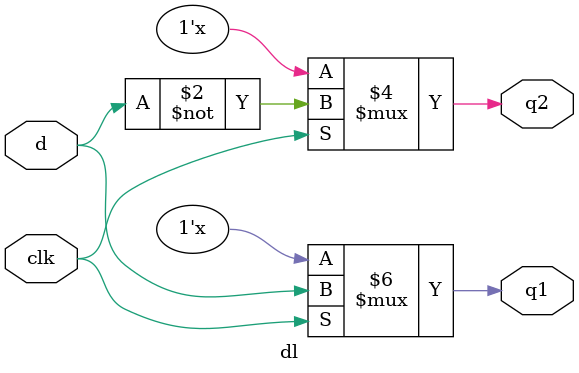
<source format=v>
`timescale 1ns / 1ps

module dl(
    input wire d,      
    input wire clk,    
    output reg q1,      
    output reg q2      
);

    initial begin
        q1 = 0;
        q2 = 1;
    end

    always @(*) begin
        if (clk) begin
            q1 <= d;
            q2 <= ~d;
        end
    end

endmodule


</source>
